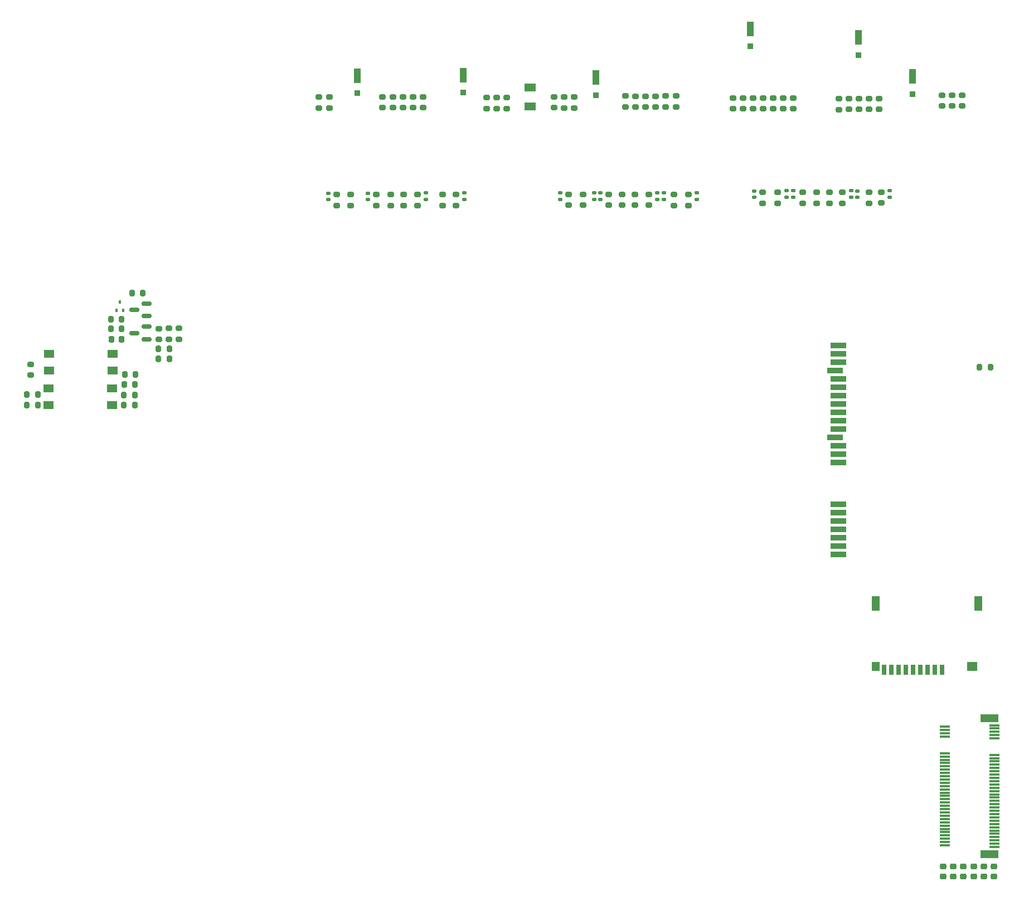
<source format=gbp>
G04 #@! TF.GenerationSoftware,KiCad,Pcbnew,8.0.0-rc1*
G04 #@! TF.CreationDate,2024-11-18T12:36:54+03:00*
G04 #@! TF.ProjectId,Movita_3566_XV_Router_V3.2,4d6f7669-7461-45f3-9335-36365f58565f,REV1*
G04 #@! TF.SameCoordinates,Original*
G04 #@! TF.FileFunction,Paste,Bot*
G04 #@! TF.FilePolarity,Positive*
%FSLAX46Y46*%
G04 Gerber Fmt 4.6, Leading zero omitted, Abs format (unit mm)*
G04 Created by KiCad (PCBNEW 8.0.0-rc1) date 2024-11-18 12:36:54*
%MOMM*%
%LPD*%
G01*
G04 APERTURE LIST*
G04 Aperture macros list*
%AMRoundRect*
0 Rectangle with rounded corners*
0 $1 Rounding radius*
0 $2 $3 $4 $5 $6 $7 $8 $9 X,Y pos of 4 corners*
0 Add a 4 corners polygon primitive as box body*
4,1,4,$2,$3,$4,$5,$6,$7,$8,$9,$2,$3,0*
0 Add four circle primitives for the rounded corners*
1,1,$1+$1,$2,$3*
1,1,$1+$1,$4,$5*
1,1,$1+$1,$6,$7*
1,1,$1+$1,$8,$9*
0 Add four rect primitives between the rounded corners*
20,1,$1+$1,$2,$3,$4,$5,0*
20,1,$1+$1,$4,$5,$6,$7,0*
20,1,$1+$1,$6,$7,$8,$9,0*
20,1,$1+$1,$8,$9,$2,$3,0*%
G04 Aperture macros list end*
%ADD10RoundRect,0.140000X-0.170000X0.140000X-0.170000X-0.140000X0.170000X-0.140000X0.170000X0.140000X0*%
%ADD11RoundRect,0.200000X-0.275000X0.200000X-0.275000X-0.200000X0.275000X-0.200000X0.275000X0.200000X0*%
%ADD12RoundRect,0.150000X0.587500X0.150000X-0.587500X0.150000X-0.587500X-0.150000X0.587500X-0.150000X0*%
%ADD13RoundRect,0.200000X0.275000X-0.200000X0.275000X0.200000X-0.275000X0.200000X-0.275000X-0.200000X0*%
%ADD14R,1.120000X2.170000*%
%ADD15R,0.850000X0.850000*%
%ADD16RoundRect,0.200000X0.200000X0.275000X-0.200000X0.275000X-0.200000X-0.275000X0.200000X-0.275000X0*%
%ADD17RoundRect,0.225000X-0.250000X0.225000X-0.250000X-0.225000X0.250000X-0.225000X0.250000X0.225000X0*%
%ADD18R,1.800000X1.200000*%
%ADD19R,1.500000X1.250000*%
%ADD20R,0.400000X0.510000*%
%ADD21R,1.550000X0.300000*%
%ADD22R,2.750000X1.200000*%
%ADD23RoundRect,0.200000X-0.200000X-0.275000X0.200000X-0.275000X0.200000X0.275000X-0.200000X0.275000X0*%
%ADD24R,2.400000X0.900000*%
%ADD25RoundRect,0.225000X-0.225000X-0.250000X0.225000X-0.250000X0.225000X0.250000X-0.225000X0.250000X0*%
%ADD26R,0.700000X1.600000*%
%ADD27R,1.200000X1.400000*%
%ADD28R,1.200000X2.200000*%
%ADD29R,1.600000X1.400000*%
G04 APERTURE END LIST*
D10*
X139350000Y-55340000D03*
X139350000Y-56300000D03*
D11*
X108450000Y-55575000D03*
X108450000Y-57225000D03*
X116360000Y-55570000D03*
X116360000Y-57220000D03*
D10*
X119660000Y-55350000D03*
X119660000Y-56310000D03*
D12*
X71395000Y-72120000D03*
X71395000Y-74020000D03*
X69520000Y-73070000D03*
X71420000Y-75660000D03*
X71420000Y-77560000D03*
X69545000Y-76610000D03*
D13*
X53770000Y-83005000D03*
X53770000Y-81355000D03*
D10*
X104990000Y-55360000D03*
X104990000Y-56320000D03*
D11*
X167210000Y-55240000D03*
X167210000Y-56890000D03*
X151500000Y-55570000D03*
X151500000Y-57220000D03*
D13*
X145665000Y-42280000D03*
X145665000Y-40630000D03*
D14*
X163130000Y-30380000D03*
D15*
X163130000Y-33060000D03*
D11*
X163530000Y-40895000D03*
X163530000Y-42545000D03*
X145590000Y-55555000D03*
X145590000Y-57205000D03*
X126100000Y-40860000D03*
X126100000Y-42510000D03*
X111840000Y-40745000D03*
X111840000Y-42395000D03*
X168090000Y-40885000D03*
X168090000Y-42535000D03*
X183000000Y-55225000D03*
X183000000Y-56875000D03*
X173150000Y-55245000D03*
X173150000Y-56895000D03*
X182680000Y-41000000D03*
X182680000Y-42650000D03*
X134840000Y-40755000D03*
X134840000Y-42405000D03*
D16*
X74860000Y-80570000D03*
X73210000Y-80570000D03*
D13*
X76280000Y-77575000D03*
X76280000Y-75925000D03*
D16*
X69720000Y-82910000D03*
X68070000Y-82910000D03*
D11*
X171030000Y-55245000D03*
X171030000Y-56895000D03*
D13*
X73240000Y-77585000D03*
X73240000Y-75935000D03*
D17*
X192395000Y-157640000D03*
X192395000Y-159190000D03*
D11*
X118390000Y-55575000D03*
X118390000Y-57225000D03*
X193710000Y-40470000D03*
X193710000Y-42120000D03*
X161990000Y-40895000D03*
X161990000Y-42545000D03*
X136370000Y-40755000D03*
X136370000Y-42405000D03*
D16*
X54885000Y-85990000D03*
X53235000Y-85990000D03*
D11*
X195230000Y-40470000D03*
X195230000Y-42120000D03*
X141590000Y-55565000D03*
X141590000Y-57215000D03*
X100270000Y-55585000D03*
X100270000Y-57235000D03*
D14*
X139600000Y-37800000D03*
D15*
X139600000Y-40480000D03*
D11*
X106240000Y-55585000D03*
X106240000Y-57235000D03*
D10*
X140330000Y-55340000D03*
X140330000Y-56300000D03*
D18*
X129690000Y-42195000D03*
X129690000Y-39295000D03*
D11*
X151795000Y-40620000D03*
X151795000Y-42270000D03*
X110310000Y-40740000D03*
X110310000Y-42390000D03*
X178110000Y-41000000D03*
X178110000Y-42650000D03*
X176580000Y-41020000D03*
X176580000Y-42670000D03*
X110440000Y-55585000D03*
X110440000Y-57235000D03*
D19*
X56530000Y-87570000D03*
X56530000Y-85030000D03*
X66190000Y-85030000D03*
X66190000Y-87570000D03*
D10*
X179320000Y-55030000D03*
X179320000Y-55990000D03*
X163700000Y-55020000D03*
X163700000Y-55980000D03*
X178380000Y-55010000D03*
X178380000Y-55970000D03*
D13*
X74760000Y-77575000D03*
X74760000Y-75925000D03*
D14*
X179525000Y-31705000D03*
D15*
X179525000Y-34385000D03*
D11*
X143600000Y-55550000D03*
X143600000Y-57200000D03*
X166570000Y-40900000D03*
X166570000Y-42550000D03*
D16*
X74855000Y-79050000D03*
X73205000Y-79050000D03*
D20*
X67830000Y-73195000D03*
X66830000Y-73195000D03*
X67330000Y-71905000D03*
D21*
X200184900Y-154715000D03*
X192634900Y-154465000D03*
X200184900Y-154215000D03*
X192634900Y-153965000D03*
X200184900Y-153715000D03*
X192634900Y-153465000D03*
X200184900Y-153215000D03*
X192634900Y-152965000D03*
X200184900Y-152715000D03*
X192634900Y-152465000D03*
X200184900Y-152215000D03*
X192634900Y-151965000D03*
X200184900Y-151715000D03*
X192634900Y-151465000D03*
X200184900Y-151215000D03*
X192634900Y-150965000D03*
X200184900Y-150715000D03*
X192634900Y-150465000D03*
X200184900Y-150215000D03*
X192634900Y-149965000D03*
X200184900Y-149715000D03*
X192634900Y-149465000D03*
X200184900Y-149215000D03*
X192634900Y-148965000D03*
X200184900Y-148715000D03*
X192634900Y-148465000D03*
X200184900Y-148215000D03*
X192634900Y-147965000D03*
X200184900Y-147715000D03*
X192634900Y-147465000D03*
X200184900Y-147215000D03*
X192634900Y-146965000D03*
X200184900Y-146715000D03*
X192634900Y-146465000D03*
X200184900Y-146215000D03*
X192634900Y-145965000D03*
X200184900Y-145715000D03*
X192634900Y-145465000D03*
X200184900Y-145215000D03*
X192634900Y-144965000D03*
X200184900Y-144715000D03*
X192634900Y-144465000D03*
X200184900Y-144215000D03*
X192634900Y-143965000D03*
X200184900Y-143715000D03*
X192634900Y-143465000D03*
X200184900Y-143215000D03*
X192634900Y-142965000D03*
X200184900Y-142715000D03*
X192634900Y-142465000D03*
X200184900Y-142215000D03*
X192634900Y-141965000D03*
X200184900Y-141715000D03*
X192634900Y-141465000D03*
X200184900Y-141215000D03*
X192634900Y-140965000D03*
X200184900Y-140715000D03*
X192634900Y-140465000D03*
X200184900Y-138215000D03*
X192634900Y-137965000D03*
X200184900Y-137715000D03*
X192634900Y-137465000D03*
X200184900Y-137215000D03*
X192634900Y-136965000D03*
X200184900Y-136715000D03*
X192634900Y-136465000D03*
X200184900Y-136215000D03*
D22*
X199409900Y-155815000D03*
X199409900Y-135115000D03*
D11*
X102420000Y-55585000D03*
X102420000Y-57235000D03*
X165050000Y-40895000D03*
X165050000Y-42545000D03*
X192180000Y-40470000D03*
X192180000Y-42120000D03*
D17*
X195475000Y-157640000D03*
X195475000Y-159190000D03*
D11*
X177090000Y-55230000D03*
X177090000Y-56880000D03*
X160470000Y-40885000D03*
X160470000Y-42535000D03*
X113360000Y-40735000D03*
X113360000Y-42385000D03*
X133310000Y-40740000D03*
X133310000Y-42390000D03*
X147690000Y-55555000D03*
X147690000Y-57205000D03*
X99160000Y-40780000D03*
X99160000Y-42430000D03*
X181160000Y-41000000D03*
X181160000Y-42650000D03*
X153680000Y-55570000D03*
X153680000Y-57220000D03*
X148735000Y-40635000D03*
X148735000Y-42285000D03*
X135450000Y-55555000D03*
X135450000Y-57205000D03*
X108780000Y-40740000D03*
X108780000Y-42390000D03*
D17*
X198545000Y-157660000D03*
X198545000Y-159210000D03*
D23*
X197895000Y-81850000D03*
X199545000Y-81850000D03*
X53235000Y-87580000D03*
X54885000Y-87580000D03*
X67955000Y-86020000D03*
X69605000Y-86020000D03*
D11*
X123070000Y-40850000D03*
X123070000Y-42500000D03*
D10*
X154950000Y-55345000D03*
X154950000Y-56305000D03*
D11*
X164960000Y-55235000D03*
X164960000Y-56885000D03*
X175080000Y-55245000D03*
X175080000Y-56895000D03*
X112575000Y-55575000D03*
X112575000Y-57225000D03*
D24*
X176480000Y-96315000D03*
X176480000Y-95035000D03*
X176480000Y-93765000D03*
X175980000Y-92495000D03*
X176480000Y-91225000D03*
X176480000Y-89955000D03*
X176480000Y-88685000D03*
X176480000Y-87415000D03*
X176480000Y-86145000D03*
X176480000Y-84875000D03*
X176480000Y-83605000D03*
X175980000Y-82335000D03*
X176480000Y-81065000D03*
X176480000Y-79795000D03*
X176480000Y-78525000D03*
X176480000Y-110275000D03*
X176480000Y-109005000D03*
X176480000Y-107735000D03*
X176480000Y-106465000D03*
X176480000Y-105195000D03*
X176480000Y-103925000D03*
X176480000Y-102655000D03*
D10*
X169630000Y-55010000D03*
X169630000Y-55970000D03*
D14*
X103385000Y-37520000D03*
D15*
X103385000Y-40200000D03*
D23*
X65975000Y-74500000D03*
X67625000Y-74500000D03*
D16*
X69620000Y-84480000D03*
X67970000Y-84480000D03*
D17*
X197015000Y-157645000D03*
X197015000Y-159195000D03*
D14*
X187765000Y-37615000D03*
D15*
X187765000Y-40295000D03*
D11*
X97600000Y-40790000D03*
X97600000Y-42440000D03*
D10*
X148960000Y-55330000D03*
X148960000Y-56290000D03*
D13*
X147205000Y-42285000D03*
X147205000Y-40635000D03*
D11*
X181120000Y-55235000D03*
X181120000Y-56885000D03*
D10*
X134200000Y-55330000D03*
X134200000Y-56290000D03*
D11*
X124580000Y-40855000D03*
X124580000Y-42505000D03*
X144105000Y-40620000D03*
X144105000Y-42270000D03*
D17*
X200070000Y-157665000D03*
X200070000Y-159215000D03*
D11*
X169640000Y-40885000D03*
X169640000Y-42535000D03*
D16*
X69605000Y-87560000D03*
X67955000Y-87560000D03*
D23*
X65975000Y-76010000D03*
X67625000Y-76010000D03*
D14*
X119475000Y-37430000D03*
D15*
X119475000Y-40110000D03*
D10*
X184260000Y-55010000D03*
X184260000Y-55970000D03*
D11*
X150255000Y-40620000D03*
X150255000Y-42270000D03*
D16*
X70835000Y-70530000D03*
X69185000Y-70530000D03*
D10*
X168590000Y-55000000D03*
X168590000Y-55960000D03*
X99010000Y-55360000D03*
X99010000Y-56320000D03*
D19*
X56552500Y-82317500D03*
X56552500Y-79777500D03*
X66212500Y-79777500D03*
X66212500Y-82317500D03*
D11*
X179620000Y-41000000D03*
X179620000Y-42650000D03*
D10*
X113830000Y-55340000D03*
X113830000Y-56300000D03*
D25*
X66035000Y-77550000D03*
X67585000Y-77550000D03*
D11*
X107250000Y-40735000D03*
X107250000Y-42385000D03*
D17*
X193925000Y-157640000D03*
X193925000Y-159190000D03*
D11*
X137700000Y-55555000D03*
X137700000Y-57205000D03*
D26*
X192180000Y-127800000D03*
X191080000Y-127800000D03*
X189980000Y-127800000D03*
X188880000Y-127800000D03*
X187780000Y-127800000D03*
X186680000Y-127800000D03*
X185580000Y-127800000D03*
X184480000Y-127800000D03*
X183380000Y-127800000D03*
D27*
X182180000Y-127300000D03*
D28*
X182180000Y-117700000D03*
X197680000Y-117700000D03*
D29*
X196780000Y-127300000D03*
D10*
X149960000Y-55330000D03*
X149960000Y-56290000D03*
M02*

</source>
